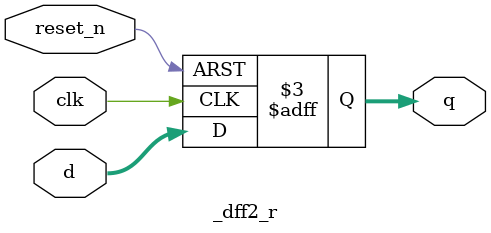
<source format=v>
module address_decoder(address,S0_sel,S1_sel);
	input [7:0]address;
	output reg S0_sel,S1_sel;
	
	always@(address)
		begin
			if(address[7:5]==3'b 000)			//upper 3bit 
				{S0_sel,S1_sel}=2'b 10;
			else if(address[7:5]==3'b 001)	//upper 3bit
				{S0_sel,S1_sel}=1'b 01;
			else										//the other case---> not select
				{S0_sel,S1_sel}=3'b 000;
		end
endmodule

module mux3_32bits(d0,d1,d2,s,y);					//32bits mux3 
	input [31:0]d0,d1,d2;
	input [1:0]s;
	output [31:0]y;
	assign y=(s==2'b 00)? d2:(s==2'b 10)? d0:d1;	//s==00 : d2, s==10 : d0, s==01 : d1
endmodule

module mux2_32bits(d0,d1,s,y);						//32bits mux2 
	input [31:0]d0,d1;
	input s;
	output [31:0]y;
  	assign y=(s==0)? d0:d1;								//s=0->d0 / s=1->d1  
endmodule

module mux2_8bits(d0,d1,s,y);							//8bits mux2 
	input [7:0]d0,d1;
	input s;
	output [7:0]y;
	assign y=(s==0)? d0:d1;								//s=0->d0 / s=1->d1
endmodule

module mux2(d0,d1,s,y);									//2bits mux2 
	input d0,d1;
	input s;
	output y;
	assign y=(s==0)? d0:d1;								//s=0->d0 / s=1->d1
endmodule

module _dff2_r(clk,reset_n,d,q);						//resetable d flip-flop
 input clk,reset_n;
 input [1:0] d;
 output reg [1:0] q;
 always@(posedge clk or negedge reset_n)			//rising edge clk or flling reset_n
 begin
  if(~reset_n)												//reset when reset_n is falling
   q<=2'b 00;
  else
   q<=d;
 end
endmodule 
</source>
